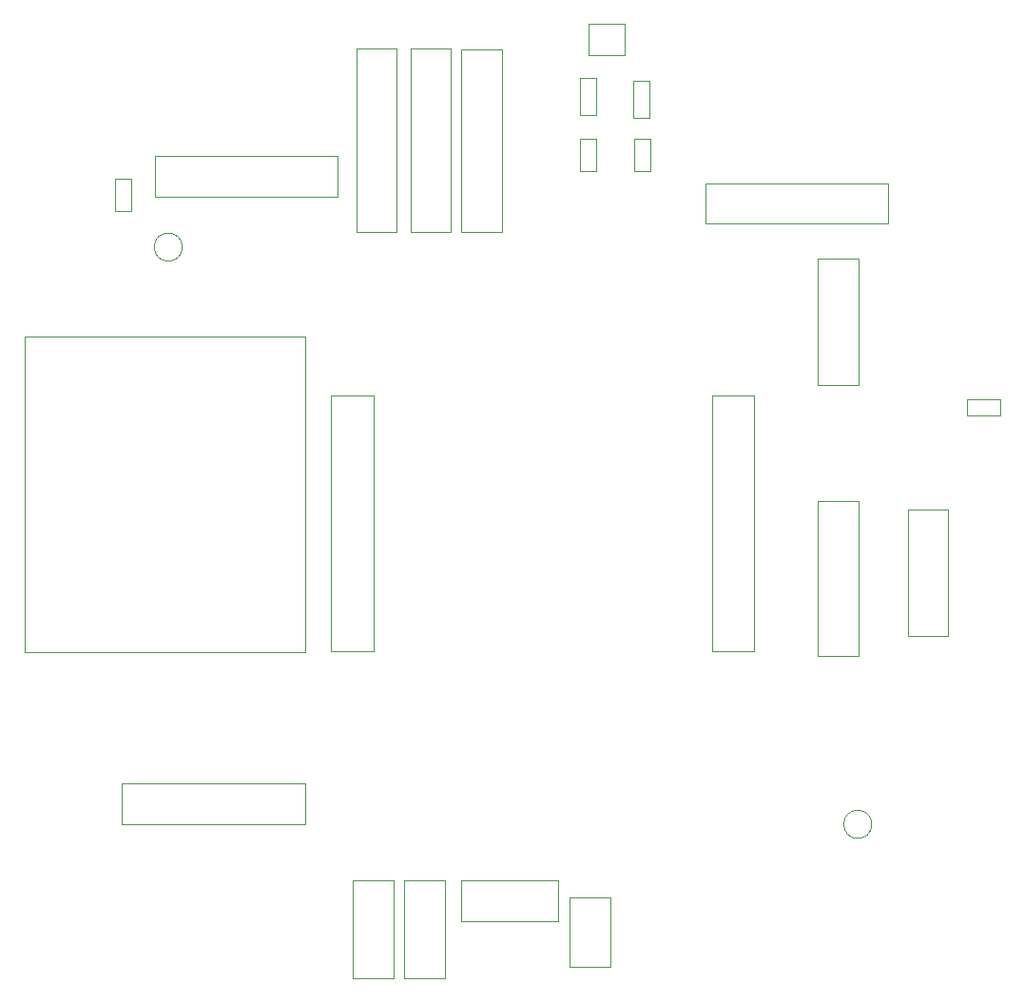
<source format=gbr>
%TF.GenerationSoftware,KiCad,Pcbnew,(6.0.5)*%
%TF.CreationDate,2023-03-12T20:27:37+02:00*%
%TF.ProjectId,rpi-cm4-base-carrier-rocket,7270692d-636d-4342-9d62-6173652d6361,v01*%
%TF.SameCoordinates,Original*%
%TF.FileFunction,Other,User*%
%FSLAX46Y46*%
G04 Gerber Fmt 4.6, Leading zero omitted, Abs format (unit mm)*
G04 Created by KiCad (PCBNEW (6.0.5)) date 2023-03-12 20:27:37*
%MOMM*%
%LPD*%
G01*
G04 APERTURE LIST*
%ADD10C,0.050000*%
%ADD11C,0.120000*%
G04 APERTURE END LIST*
D10*
%TO.C,J12*%
X125879000Y-74698000D02*
X125879000Y-71098000D01*
X109579000Y-71098000D02*
X109579000Y-74698000D01*
X125879000Y-71098000D02*
X109579000Y-71098000D01*
X109579000Y-74698000D02*
X125879000Y-74698000D01*
%TO.C,J6*%
X132362800Y-77822200D02*
X135962800Y-77822200D01*
X132362800Y-61522200D02*
X132362800Y-77822200D01*
X135962800Y-77822200D02*
X135962800Y-61522200D01*
X135962800Y-61522200D02*
X132362800Y-61522200D01*
%TO.C,REF\u002A\u002A*%
X173450000Y-130600000D02*
G75*
G03*
X173450000Y-130600000I-1250000J0D01*
G01*
%TO.C,J1*%
X168634000Y-101832000D02*
X168634000Y-115582000D01*
X168634000Y-115582000D02*
X172234000Y-115582000D01*
X172234000Y-101832000D02*
X168634000Y-101832000D01*
X172234000Y-115582000D02*
X172234000Y-101832000D01*
%TO.C,J7*%
X130832000Y-144279000D02*
X130832000Y-135629000D01*
X127232000Y-144279000D02*
X130832000Y-144279000D01*
X130832000Y-135629000D02*
X127232000Y-135629000D01*
X127232000Y-135629000D02*
X127232000Y-144279000D01*
%TO.C,J5*%
X131136800Y-61522200D02*
X127536800Y-61522200D01*
X127536800Y-61522200D02*
X127536800Y-77822200D01*
X131136800Y-77822200D02*
X131136800Y-61522200D01*
X127536800Y-77822200D02*
X131136800Y-77822200D01*
%TO.C,D2*%
X147479000Y-72473000D02*
X147479000Y-69513000D01*
X148939000Y-69513000D02*
X148939000Y-72473000D01*
X148939000Y-72473000D02*
X147479000Y-72473000D01*
X147479000Y-69513000D02*
X148939000Y-69513000D01*
%TO.C,J15*%
X122958000Y-126978000D02*
X106658000Y-126978000D01*
X106658000Y-126978000D02*
X106658000Y-130578000D01*
X106658000Y-130578000D02*
X122958000Y-130578000D01*
X122958000Y-130578000D02*
X122958000Y-126978000D01*
%TO.C,R1*%
X152178000Y-64413500D02*
X153638000Y-64413500D01*
X153638000Y-64413500D02*
X153638000Y-67713500D01*
X153638000Y-67713500D02*
X152178000Y-67713500D01*
X152178000Y-67713500D02*
X152178000Y-64413500D01*
%TO.C,C_puff1*%
X181895000Y-92742000D02*
X184855000Y-92742000D01*
X181895000Y-94202000D02*
X181895000Y-92742000D01*
X184855000Y-92742000D02*
X184855000Y-94202000D01*
X184855000Y-94202000D02*
X181895000Y-94202000D01*
%TO.C,J11*%
X135404000Y-135629000D02*
X131804000Y-135629000D01*
X135404000Y-144279000D02*
X135404000Y-135629000D01*
X131804000Y-144279000D02*
X135404000Y-144279000D01*
X131804000Y-135629000D02*
X131804000Y-144279000D01*
%TO.C,D1*%
X152305000Y-69513000D02*
X153765000Y-69513000D01*
X153765000Y-69513000D02*
X153765000Y-72473000D01*
X152305000Y-72473000D02*
X152305000Y-69513000D01*
X153765000Y-72473000D02*
X152305000Y-72473000D01*
%TO.C,U1*%
X148260000Y-59306000D02*
X151460000Y-59306000D01*
X148260000Y-62106000D02*
X151460000Y-62106000D01*
X151460000Y-62106000D02*
X151460000Y-59306000D01*
X148260000Y-59306000D02*
X148260000Y-62106000D01*
%TO.C,J10*%
X146536000Y-143283000D02*
X150136000Y-143283000D01*
X150136000Y-143283000D02*
X150136000Y-137133000D01*
X150136000Y-137133000D02*
X146536000Y-137133000D01*
X146536000Y-137133000D02*
X146536000Y-143283000D01*
%TO.C,REF\u002A\u002A*%
X112050000Y-79200000D02*
G75*
G03*
X112050000Y-79200000I-1250000J0D01*
G01*
%TO.C,C_puff2*%
X107537000Y-73069000D02*
X107537000Y-76029000D01*
X106077000Y-73069000D02*
X107537000Y-73069000D01*
X107537000Y-76029000D02*
X106077000Y-76029000D01*
X106077000Y-76029000D02*
X106077000Y-73069000D01*
%TO.C,J9*%
X136884000Y-61573000D02*
X136884000Y-77873000D01*
X136884000Y-77873000D02*
X140484000Y-77873000D01*
X140484000Y-77873000D02*
X140484000Y-61573000D01*
X140484000Y-61573000D02*
X136884000Y-61573000D01*
%TO.C,J8*%
X176635000Y-113794000D02*
X180235000Y-113794000D01*
X180235000Y-102594000D02*
X176635000Y-102594000D01*
X176635000Y-102594000D02*
X176635000Y-113794000D01*
X180235000Y-113794000D02*
X180235000Y-102594000D01*
%TO.C,J14*%
X158601000Y-77111000D02*
X174901000Y-77111000D01*
X174901000Y-77111000D02*
X174901000Y-73511000D01*
X174901000Y-73511000D02*
X158601000Y-73511000D01*
X158601000Y-73511000D02*
X158601000Y-77111000D01*
%TO.C,J16*%
X168634000Y-91442000D02*
X172234000Y-91442000D01*
X168634000Y-80242000D02*
X168634000Y-91442000D01*
X172234000Y-80242000D02*
X168634000Y-80242000D01*
X172234000Y-91442000D02*
X172234000Y-80242000D01*
%TO.C,R2*%
X147479000Y-67459500D02*
X147479000Y-64159500D01*
X148939000Y-64159500D02*
X148939000Y-67459500D01*
X147479000Y-64159500D02*
X148939000Y-64159500D01*
X148939000Y-67459500D02*
X147479000Y-67459500D01*
%TO.C,A1*%
X98015400Y-87169000D02*
X98015400Y-115269000D01*
X98015400Y-87169000D02*
X123015400Y-87169000D01*
X123015400Y-87169000D02*
X123015400Y-115269000D01*
X98015400Y-115269000D02*
X123015400Y-115269000D01*
%TO.C,J13*%
X136899000Y-139214000D02*
X145549000Y-139214000D01*
X136899000Y-135614000D02*
X136899000Y-139214000D01*
X145549000Y-139214000D02*
X145549000Y-135614000D01*
X145549000Y-135614000D02*
X136899000Y-135614000D01*
D11*
%TO.C,Module1*%
X125286000Y-92402000D02*
X129066000Y-92402000D01*
X159206000Y-92402000D02*
X162986000Y-92402000D01*
X159206000Y-115202000D02*
X159206000Y-92402000D01*
X129066000Y-115202000D02*
X125286000Y-115202000D01*
X162986000Y-115202000D02*
X159206000Y-115202000D01*
X162986000Y-92402000D02*
X162986000Y-115202000D01*
X129066000Y-92402000D02*
X129066000Y-115202000D01*
X125286000Y-115202000D02*
X125286000Y-92402000D01*
%TD*%
M02*

</source>
